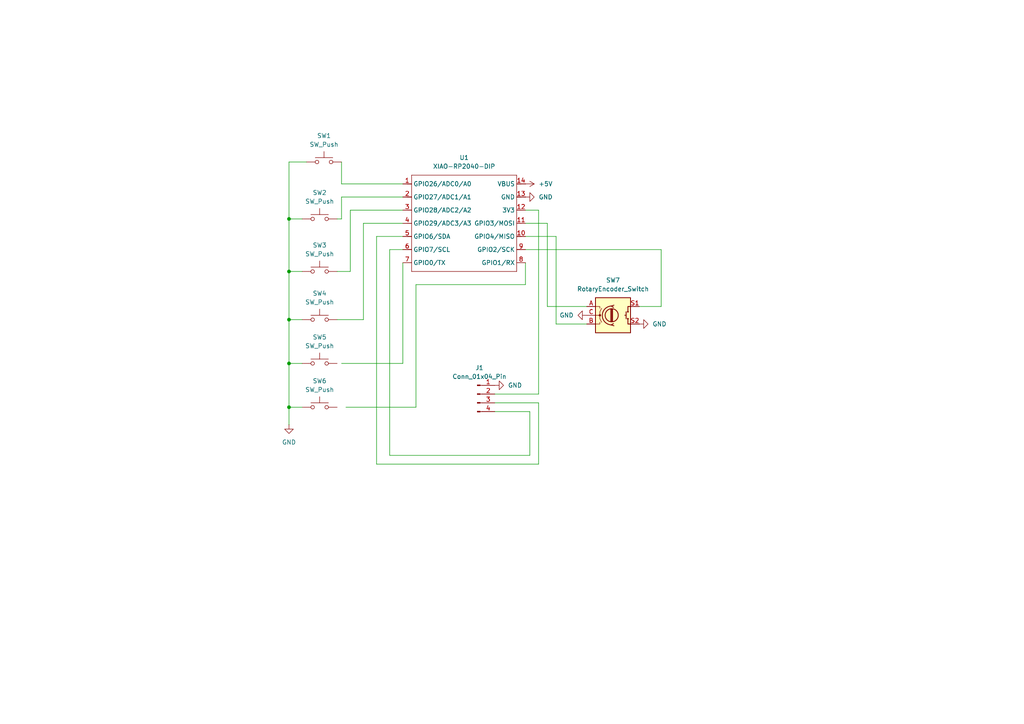
<source format=kicad_sch>
(kicad_sch (version 20250114) (generator "eeschema") (generator_version "9.0")
  (paper "A4")
  (lib_symbols
    (symbol "Connector:Conn_01x04_Pin" (pin_names (offset 1.016) (hide yes))
      (property "Reference" "J" (at 0 5.08 0))
      (property "Value" "Conn_01x04_Pin" (at 0 -7.62 0))
      (symbol "Conn_01x04_Pin_1_1"
        (rectangle (start 0.8636 2.667) (end 0 2.413) (stroke (width 0.1524)) (fill (type outline)))
        (rectangle (start 0.8636 0.127) (end 0 -0.127) (stroke (width 0.1524)) (fill (type outline)))
        (rectangle (start 0.8636 -2.413) (end 0 -2.667) (stroke (width 0.1524)) (fill (type outline)))
        (rectangle (start 0.8636 -4.953) (end 0 -5.207) (stroke (width 0.1524)) (fill (type outline)))
        (polyline (pts (xy 1.27 2.54) (xy 0.8636 2.54)) (stroke (width 0.1524)))
        (polyline (pts (xy 1.27 0) (xy 0.8636 0)) (stroke (width 0.1524)))
        (polyline (pts (xy 1.27 -2.54) (xy 0.8636 -2.54)) (stroke (width 0.1524)))
        (polyline (pts (xy 1.27 -5.08) (xy 0.8636 -5.08)) (stroke (width 0.1524)))
        (pin passive line (at 5.08 2.54 180) (length 3.81) (name "Pin_1") (number "1"))
        (pin passive line (at 5.08 0 180) (length 3.81) (name "Pin_2") (number "2"))
        (pin passive line (at 5.08 -2.54 180) (length 3.81) (name "Pin_3") (number "3"))
        (pin passive line (at 5.08 -5.08 180) (length 3.81) (name "Pin_4") (number "4"))
      )
    )
    (symbol "Device:RotaryEncoder_Switch" (pin_names (offset 0.254) (hide yes))
      (property "Reference" "SW" (at 0 6.604 0))
      (property "Value" "RotaryEncoder_Switch" (at 0 -6.604 0))
      (symbol "RotaryEncoder_Switch_0_1"
        (rectangle (start -5.08 5.08) (end 5.08 -5.08) (stroke (width 0.254)) (fill (type background)))
        (polyline (pts (xy -5.08 2.54) (xy -3.81 2.54) (xy -3.81 2.032)))
        (polyline (pts (xy -5.08 0) (xy -3.81 0) (xy -3.81 -1.016) (xy -3.302 -2.032)))
        (polyline (pts (xy -5.08 -2.54) (xy -3.81 -2.54) (xy -3.81 -2.032)))
        (polyline (pts (xy -4.318 0) (xy -3.81 0) (xy -3.81 1.016) (xy -3.302 2.032)))
        (circle (center -3.81 0) (radius 0.254) (fill (type outline)))
        (polyline (pts (xy -0.635 -1.778) (xy -0.635 1.778)) (stroke (width 0.254)))
        (circle (center -0.381 0) (radius 1.905) (stroke (width 0.254)))
        (polyline (pts (xy -0.381 -1.778) (xy -0.381 1.778)) (stroke (width 0.254)))
        (arc (start -0.381 -2.794) (mid -3.0988 -0.0635) (end -0.381 2.667) (stroke (width 0.254)))
        (polyline (pts (xy -0.127 1.778) (xy -0.127 -1.778)) (stroke (width 0.254)))
        (polyline (pts (xy 0.254 2.921) (xy -0.508 2.667) (xy 0.127 2.286)) (stroke (width 0.254)))
        (polyline (pts (xy 0.254 -3.048) (xy -0.508 -2.794) (xy 0.127 -2.413)) (stroke (width 0.254)))
        (polyline (pts (xy 3.81 1.016) (xy 3.81 -1.016)) (stroke (width 0.254)))
        (polyline (pts (xy 3.81 0) (xy 3.429 0)) (stroke (width 0.254)))
        (circle (center 4.318 1.016) (radius 0.127) (stroke (width 0.254)))
        (circle (center 4.318 -1.016) (radius 0.127) (stroke (width 0.254)))
        (polyline (pts (xy 5.08 2.54) (xy 4.318 2.54) (xy 4.318 1.016)) (stroke (width 0.254)))
        (polyline (pts (xy 5.08 -2.54) (xy 4.318 -2.54) (xy 4.318 -1.016)) (stroke (width 0.254)))
      )
      (symbol "RotaryEncoder_Switch_1_1"
        (pin passive line (at -7.62 2.54 0) (length 2.54) (name "A") (number "A"))
        (pin passive line (at -7.62 0 0) (length 2.54) (name "C") (number "C"))
        (pin passive line (at -7.62 -2.54 0) (length 2.54) (name "B") (number "B"))
        (pin passive line (at 7.62 2.54 180) (length 2.54) (name "S1") (number "S1"))
        (pin passive line (at 7.62 -2.54 180) (length 2.54) (name "S2") (number "S2"))
      )
    )
    (symbol "Seeed_Studio_XIAO_Series:XIAO-RP2040-DIP"
      (property "Reference" "U" (at 0 0 0))
      (property "Value" "XIAO-RP2040-DIP" (at 5.334 -1.778 0))
      (symbol "XIAO-RP2040-DIP_1_0"
        (polyline (pts (xy -1.27 -2.54) (xy 29.21 -2.54)) (stroke (width 0.1524)))
        (polyline (pts (xy -1.27 -5.08) (xy -2.54 -5.08)) (stroke (width 0.1524)))
        (polyline (pts (xy -1.27 -5.08) (xy -1.27 -2.54)) (stroke (width 0.1524)))
        (polyline (pts (xy -1.27 -8.89) (xy -2.54 -8.89)) (stroke (width 0.1524)))
        (polyline (pts (xy -1.27 -8.89) (xy -1.27 -5.08)) (stroke (width 0.1524)))
        (polyline (pts (xy -1.27 -12.7) (xy -2.54 -12.7)) (stroke (width 0.1524)))
        (polyline (pts (xy -1.27 -12.7) (xy -1.27 -8.89)) (stroke (width 0.1524)))
        (polyline (pts (xy -1.27 -16.51) (xy -2.54 -16.51)) (stroke (width 0.1524)))
        (polyline (pts (xy -1.27 -16.51) (xy -1.27 -12.7)) (stroke (width 0.1524)))
        (polyline (pts (xy -1.27 -20.32) (xy -2.54 -20.32)) (stroke (width 0.1524)))
        (polyline (pts (xy -1.27 -24.13) (xy -2.54 -24.13)) (stroke (width 0.1524)))
        (polyline (pts (xy -1.27 -27.94) (xy -2.54 -27.94)) (stroke (width 0.1524)))
        (polyline (pts (xy -1.27 -30.48) (xy -1.27 -16.51)) (stroke (width 0.1524)))
        (polyline (pts (xy 29.21 -2.54) (xy 29.21 -5.08)) (stroke (width 0.1524)))
        (polyline (pts (xy 29.21 -5.08) (xy 29.21 -8.89)) (stroke (width 0.1524)))
        (polyline (pts (xy 29.21 -8.89) (xy 29.21 -12.7)) (stroke (width 0.1524)))
        (polyline (pts (xy 29.21 -12.7) (xy 29.21 -30.48)) (stroke (width 0.1524)))
        (polyline (pts (xy 29.21 -30.48) (xy -1.27 -30.48)) (stroke (width 0.1524)))
        (polyline (pts (xy 30.48 -5.08) (xy 29.21 -5.08)) (stroke (width 0.1524)))
        (polyline (pts (xy 30.48 -8.89) (xy 29.21 -8.89)) (stroke (width 0.1524)))
        (polyline (pts (xy 30.48 -12.7) (xy 29.21 -12.7)) (stroke (width 0.1524)))
        (polyline (pts (xy 30.48 -16.51) (xy 29.21 -16.51)) (stroke (width 0.1524)))
        (polyline (pts (xy 30.48 -20.32) (xy 29.21 -20.32)) (stroke (width 0.1524)))
        (polyline (pts (xy 30.48 -24.13) (xy 29.21 -24.13)) (stroke (width 0.1524)))
        (polyline (pts (xy 30.48 -27.94) (xy 29.21 -27.94)) (stroke (width 0.1524)))
        (pin passive line (at -3.81 -5.08 0) (length 2.54) (name "GPIO26/ADC0/A0") (number "1"))
        (pin passive line (at -3.81 -8.89 0) (length 2.54) (name "GPIO27/ADC1/A1") (number "2"))
        (pin passive line (at -3.81 -12.7 0) (length 2.54) (name "GPIO28/ADC2/A2") (number "3"))
        (pin passive line (at -3.81 -16.51 0) (length 2.54) (name "GPIO29/ADC3/A3") (number "4"))
        (pin passive line (at -3.81 -20.32 0) (length 2.54) (name "GPIO6/SDA") (number "5"))
        (pin passive line (at -3.81 -24.13 0) (length 2.54) (name "GPIO7/SCL") (number "6"))
        (pin passive line (at -3.81 -27.94 0) (length 2.54) (name "GPIO0/TX") (number "7"))
        (pin passive line (at 31.75 -5.08 180) (length 2.54) (name "VBUS") (number "14"))
        (pin passive line (at 31.75 -8.89 180) (length 2.54) (name "GND") (number "13"))
        (pin passive line (at 31.75 -12.7 180) (length 2.54) (name "3V3") (number "12"))
        (pin passive line (at 31.75 -16.51 180) (length 2.54) (name "GPIO3/MOSI") (number "11"))
        (pin passive line (at 31.75 -20.32 180) (length 2.54) (name "GPIO4/MISO") (number "10"))
        (pin passive line (at 31.75 -24.13 180) (length 2.54) (name "GPIO2/SCK") (number "9"))
        (pin passive line (at 31.75 -27.94 180) (length 2.54) (name "GPIO1/RX") (number "8"))
      )
    )
    (symbol "Switch:SW_Push" (pin_numbers (hide yes)) (pin_names (offset 1.016) (hide yes))
      (property "Reference" "SW" (at 1.27 2.54 0))
      (property "Value" "SW_Push" (at 0 -1.524 0))
      (symbol "SW_Push_0_1"
        (circle (center -2.032 0) (radius 0.508))
        (polyline (pts (xy 0 1.27) (xy 0 3.048)))
        (circle (center 2.032 0) (radius 0.508))
        (polyline (pts (xy 2.54 1.27) (xy -2.54 1.27)))
        (pin passive line (at -5.08 0 0) (length 2.54) (name "1") (number "1"))
        (pin passive line (at 5.08 0 180) (length 2.54) (name "2") (number "2"))
      )
    )
    (symbol "power:+5V" (power) (pin_numbers (hide yes)) (pin_names (offset 0) (hide yes))
      (property "Value" "+5V" (at 0 3.556 0))
      (symbol "+5V_0_1"
        (polyline (pts (xy -0.762 1.27) (xy 0 2.54)))
        (polyline (pts (xy 0 2.54) (xy 0.762 1.27)))
        (polyline (pts (xy 0 0) (xy 0 2.54)))
      )
      (symbol "+5V_1_1"
        (pin power_in line (at 0 0 90) (length 0) (name "~") (number "1"))
      )
    )
    (symbol "power:GND" (power) (pin_numbers (hide yes)) (pin_names (offset 0) (hide yes))
      (property "Value" "GND" (at 0 -3.81 0))
      (symbol "GND_0_1"
        (polyline (pts (xy 0 0) (xy 0 -1.27) (xy 1.27 -1.27) (xy 0 -2.54) (xy -1.27 -1.27) (xy 0 -1.27)))
      )
      (symbol "GND_1_1"
        (pin power_in line (at 0 0 270) (length 0) (name "~") (number "1"))
      )
    )
  )
  (junction (at 83.82 63.5))
  (junction (at 83.82 118.11))
  (junction (at 83.82 92.71))
  (junction (at 83.82 78.74))
  (junction (at 83.82 105.41))
  (wire (pts (xy 191.77 72.39) (xy 152.4 72.39)))
  (wire (pts (xy 105.41 92.71) (xy 105.41 64.77)))
  (wire (pts (xy 101.6 78.74) (xy 101.6 60.96)))
  (wire (pts (xy 83.82 46.99) (xy 83.82 63.5)))
  (wire (pts (xy 83.82 92.71) (xy 83.82 105.41)))
  (wire (pts (xy 109.22 68.58) (xy 116.84 68.58)))
  (wire (pts (xy 143.51 114.3) (xy 156.21 114.3)))
  (wire (pts (xy 97.79 78.74) (xy 101.6 78.74)))
  (wire (pts (xy 191.77 88.9) (xy 191.77 72.39)))
  (wire (pts (xy 156.21 114.3) (xy 156.21 60.96)))
  (wire (pts (xy 83.82 63.5) (xy 83.82 78.74)))
  (wire (pts (xy 156.21 60.96) (xy 152.4 60.96)))
  (wire (pts (xy 170.18 88.9) (xy 158.75 88.9)))
  (wire (pts (xy 143.51 116.84) (xy 156.21 116.84)))
  (wire (pts (xy 88.9 46.99) (xy 83.82 46.99)))
  (wire (pts (xy 83.82 105.41) (xy 83.82 118.11)))
  (wire (pts (xy 97.79 92.71) (xy 105.41 92.71)))
  (wire (pts (xy 99.06 53.34) (xy 116.84 53.34)))
  (wire (pts (xy 105.41 64.77) (xy 116.84 64.77)))
  (wire (pts (xy 99.06 57.15) (xy 116.84 57.15)))
  (wire (pts (xy 185.42 88.9) (xy 191.77 88.9)))
  (wire (pts (xy 83.82 118.11) (xy 87.63 118.11)))
  (wire (pts (xy 143.51 119.38) (xy 153.67 119.38)))
  (wire (pts (xy 83.82 78.74) (xy 83.82 92.71)))
  (wire (pts (xy 156.21 134.62) (xy 109.22 134.62)))
  (wire (pts (xy 156.21 116.84) (xy 156.21 134.62)))
  (wire (pts (xy 120.65 82.55) (xy 152.4 82.55)))
  (wire (pts (xy 161.29 68.58) (xy 152.4 68.58)))
  (wire (pts (xy 113.03 72.39) (xy 116.84 72.39)))
  (wire (pts (xy 158.75 64.77) (xy 152.4 64.77)))
  (wire (pts (xy 83.82 92.71) (xy 87.63 92.71)))
  (wire (pts (xy 99.06 46.99) (xy 99.06 53.34)))
  (wire (pts (xy 83.82 78.74) (xy 87.63 78.74)))
  (wire (pts (xy 99.06 105.41) (xy 116.84 105.41)))
  (wire (pts (xy 158.75 88.9) (xy 158.75 64.77)))
  (wire (pts (xy 116.84 105.41) (xy 116.84 76.2)))
  (wire (pts (xy 152.4 82.55) (xy 152.4 76.2)))
  (wire (pts (xy 170.18 93.98) (xy 161.29 93.98)))
  (wire (pts (xy 153.67 119.38) (xy 153.67 132.08)))
  (wire (pts (xy 97.79 63.5) (xy 99.06 63.5)))
  (wire (pts (xy 120.65 118.11) (xy 120.65 82.55)))
  (wire (pts (xy 99.06 63.5) (xy 99.06 57.15)))
  (wire (pts (xy 161.29 93.98) (xy 161.29 68.58)))
  (wire (pts (xy 83.82 105.41) (xy 87.63 105.41)))
  (wire (pts (xy 100.33 118.11) (xy 120.65 118.11)))
  (wire (pts (xy 101.6 60.96) (xy 116.84 60.96)))
  (wire (pts (xy 83.82 63.5) (xy 87.63 63.5)))
  (wire (pts (xy 113.03 132.08) (xy 113.03 72.39)))
  (wire (pts (xy 109.22 134.62) (xy 109.22 68.58)))
  (wire (pts (xy 83.82 118.11) (xy 83.82 123.19)))
  (wire (pts (xy 153.67 132.08) (xy 113.03 132.08)))
  (symbol (lib_id "power:GND") (at 185.42 93.98 90) (unit 1)
    (property "Reference" "#PWR06" (effects (hide yes)))
    (property "Value" "GND" (at 189.23 93.9799 90) (effects (justify right)))
    (property "Description" "Power symbol creates a global label with name \"GND\" , ground" (effects (hide yes)))
  )
  (symbol (lib_id "power:GND") (at 143.51 111.76 90) (unit 1)
    (property "Reference" "#PWR01" (effects (hide yes)))
    (property "Value" "GND" (at 147.32 111.7599 90) (effects (justify right)))
    (property "Description" "Power symbol creates a global label with name \"GND\" , ground" (effects (hide yes)))
  )
  (symbol (lib_id "Switch:SW_Push") (at 92.71 78.74 0) (unit 1)
    (property "Reference" "SW3" (at 92.71 71.12 0))
    (property "Value" "SW_Push" (at 92.71 73.66 0))
    (property "Footprint" "Button_Switch_Keyboard:SW_Cherry_MX_1.00u_PCB" (effects (hide yes)))
    (property "Description" "Push button switch, generic, two pins" (effects (hide yes)))
  )
  (symbol (lib_id "Connector:Conn_01x04_Pin") (at 138.43 114.3 0) (unit 1)
    (property "Reference" "J1" (at 139.065 106.68 0))
    (property "Value" "Conn_01x04_Pin" (at 139.065 109.22 0))
    (property "Footprint" "OLEDS:SSD1306-0.91-OLED-4pin-128x32" (effects (hide yes)))
    (property "Description" "Generic connector, single row, 01x04, script generated" (effects (hide yes)))
  )
  (symbol (lib_id "power:GND") (at 152.4 57.15 90) (unit 1)
    (property "Reference" "#PWR05" (effects (hide yes)))
    (property "Value" "GND" (at 156.21 57.1499 90) (effects (justify right)))
    (property "Description" "Power symbol creates a global label with name \"GND\" , ground" (effects (hide yes)))
  )
  (symbol (lib_id "Switch:SW_Push") (at 92.71 92.71 0) (unit 1)
    (property "Reference" "SW4" (at 92.71 85.09 0))
    (property "Value" "SW_Push" (at 92.71 87.63 0))
    (property "Footprint" "Button_Switch_Keyboard:SW_Cherry_MX_1.00u_PCB" (effects (hide yes)))
    (property "Description" "Push button switch, generic, two pins" (effects (hide yes)))
  )
  (symbol (lib_id "power:GND") (at 83.82 123.19 0) (unit 1)
    (property "Reference" "#PWR03" (effects (hide yes)))
    (property "Value" "GND" (at 83.82 128.27 0))
    (property "Description" "Power symbol creates a global label with name \"GND\" , ground" (effects (hide yes)))
  )
  (symbol (lib_id "Switch:SW_Push") (at 92.71 105.41 0) (unit 1)
    (property "Reference" "SW5" (at 92.71 97.79 0))
    (property "Value" "SW_Push" (at 92.71 100.33 0))
    (property "Footprint" "Button_Switch_Keyboard:SW_Cherry_MX_1.00u_PCB" (effects (hide yes)))
    (property "Description" "Push button switch, generic, two pins" (effects (hide yes)))
  )
  (symbol (lib_id "power:GND") (at 170.18 91.44 270) (unit 1)
    (property "Reference" "#PWR02" (effects (hide yes)))
    (property "Value" "GND" (at 166.37 91.4399 90) (effects (justify right)))
    (property "Description" "Power symbol creates a global label with name \"GND\" , ground" (effects (hide yes)))
  )
  (symbol (lib_id "Switch:SW_Push") (at 93.98 46.99 0) (unit 1)
    (property "Reference" "SW1" (at 93.98 39.37 0))
    (property "Value" "SW_Push" (at 93.98 41.91 0))
    (property "Footprint" "Button_Switch_Keyboard:SW_Cherry_MX_1.00u_PCB" (effects (hide yes)))
    (property "Description" "Push button switch, generic, two pins" (effects (hide yes)))
  )
  (symbol (lib_id "Device:RotaryEncoder_Switch") (at 177.8 91.44 0) (unit 1)
    (property "Reference" "SW7" (at 177.8 81.28 0))
    (property "Value" "RotaryEncoder_Switch" (at 177.8 83.82 0))
    (property "Footprint" "Rotary_Encoder:RotaryEncoder_Alps_EC11E-Switch_Vertical_H20mm" (effects (hide yes)))
    (property "Description" "Rotary encoder, dual channel, incremental quadrate outputs, with switch" (effects (hide yes)))
  )
  (symbol (lib_id "Switch:SW_Push") (at 92.71 118.11 0) (unit 1)
    (property "Reference" "SW6" (at 92.71 110.49 0))
    (property "Value" "SW_Push" (at 92.71 113.03 0))
    (property "Footprint" "Button_Switch_Keyboard:SW_Cherry_MX_1.00u_PCB" (effects (hide yes)))
    (property "Description" "Push button switch, generic, two pins" (effects (hide yes)))
  )
  (symbol (lib_id "power:+5V") (at 152.4 53.34 270) (unit 1)
    (property "Reference" "#PWR04" (effects (hide yes)))
    (property "Value" "+5V" (at 156.21 53.3399 90) (effects (justify left)))
    (property "Description" "Power symbol creates a global label with name \"+5V\"" (effects (hide yes)))
  )
  (symbol (lib_id "Switch:SW_Push") (at 92.71 63.5 0) (unit 1)
    (property "Reference" "SW2" (at 92.71 55.88 0))
    (property "Value" "SW_Push" (at 92.71 58.42 0))
    (property "Footprint" "Button_Switch_Keyboard:SW_Cherry_MX_1.00u_PCB" (effects (hide yes)))
    (property "Description" "Push button switch, generic, two pins" (effects (hide yes)))
  )
  (symbol (lib_id "Seeed_Studio_XIAO_Series:XIAO-RP2040-DIP") (at 120.65 48.26 0) (unit 1)
    (property "Reference" "U1" (at 134.62 45.72 0))
    (property "Value" "XIAO-RP2040-DIP" (at 134.62 48.26 0))
    (property "Footprint" "Seeed Studio XIAO Series Library:XIAO-RP2040-DIP" (effects (hide yes)))
  )
)
</source>
